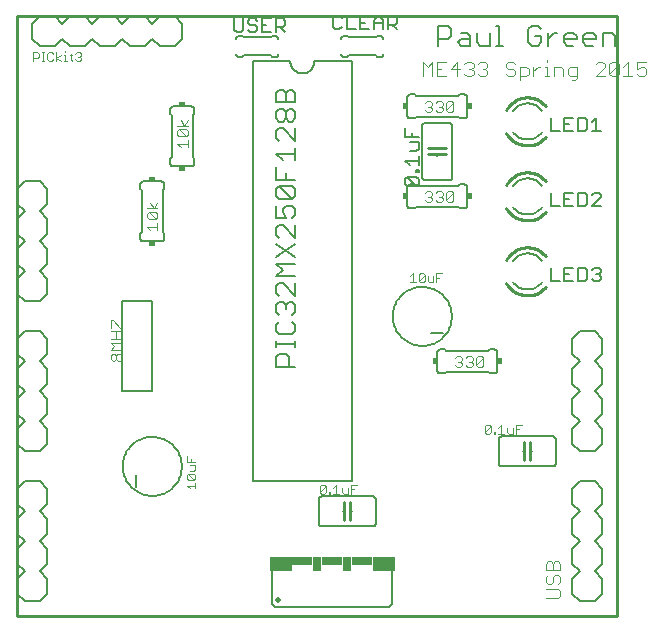
<source format=gto>
G75*
G70*
%OFA0B0*%
%FSLAX24Y24*%
%IPPOS*%
%LPD*%
%AMOC8*
5,1,8,0,0,1.08239X$1,22.5*
%
%ADD10C,0.0100*%
%ADD11C,0.0060*%
%ADD12C,0.0040*%
%ADD13C,0.0050*%
%ADD14R,0.0200X0.0150*%
%ADD15C,0.0030*%
%ADD16C,0.0080*%
%ADD17C,0.0200*%
%ADD18R,0.0750X0.0500*%
%ADD19R,0.0700X0.0300*%
%ADD20R,0.0300X0.0500*%
%ADD21R,0.0150X0.0200*%
D10*
X000151Y000151D02*
X000151Y020151D01*
X020151Y020151D01*
X020151Y000151D01*
X000151Y000151D01*
X011051Y003351D02*
X011051Y003651D01*
X011051Y003951D01*
X011251Y003951D02*
X011251Y003651D01*
X011251Y003351D01*
X017051Y005351D02*
X017051Y005651D01*
X017051Y005951D01*
X017251Y005951D02*
X017251Y005651D01*
X017251Y005351D01*
X017151Y010851D02*
X017095Y010853D01*
X017039Y010859D01*
X016984Y010869D01*
X016930Y010882D01*
X016876Y010900D01*
X016824Y010921D01*
X016774Y010945D01*
X016725Y010974D01*
X016679Y011005D01*
X016635Y011040D01*
X016593Y011077D01*
X016555Y011118D01*
X016519Y011161D01*
X016486Y011206D01*
X016456Y011254D01*
X017151Y010851D02*
X017204Y010853D01*
X017258Y010858D01*
X017310Y010867D01*
X017362Y010879D01*
X017413Y010895D01*
X017463Y010914D01*
X017512Y010937D01*
X017559Y010963D01*
X017604Y010991D01*
X017647Y011023D01*
X017687Y011057D01*
X017726Y011095D01*
X017762Y011134D01*
X017151Y012451D02*
X017097Y012449D01*
X017043Y012444D01*
X016990Y012435D01*
X016937Y012422D01*
X016886Y012406D01*
X016836Y012386D01*
X016787Y012363D01*
X016739Y012337D01*
X016694Y012308D01*
X016651Y012275D01*
X016610Y012240D01*
X016571Y012202D01*
X016535Y012162D01*
X016502Y012119D01*
X016472Y012074D01*
X016445Y012027D01*
X017151Y012451D02*
X017205Y012449D01*
X017258Y012444D01*
X017312Y012435D01*
X017364Y012422D01*
X017415Y012406D01*
X017466Y012386D01*
X017515Y012364D01*
X017562Y012338D01*
X017607Y012308D01*
X017650Y012276D01*
X017691Y012241D01*
X017730Y012203D01*
X017766Y012163D01*
X017151Y013351D02*
X017095Y013353D01*
X017039Y013359D01*
X016984Y013369D01*
X016930Y013382D01*
X016876Y013400D01*
X016824Y013421D01*
X016774Y013445D01*
X016725Y013474D01*
X016679Y013505D01*
X016635Y013540D01*
X016593Y013577D01*
X016555Y013618D01*
X016519Y013661D01*
X016486Y013706D01*
X016456Y013754D01*
X017151Y013351D02*
X017204Y013353D01*
X017258Y013358D01*
X017310Y013367D01*
X017362Y013379D01*
X017413Y013395D01*
X017463Y013414D01*
X017512Y013437D01*
X017559Y013463D01*
X017604Y013491D01*
X017647Y013523D01*
X017687Y013557D01*
X017726Y013595D01*
X017762Y013634D01*
X017151Y014951D02*
X017097Y014949D01*
X017043Y014944D01*
X016990Y014935D01*
X016937Y014922D01*
X016886Y014906D01*
X016836Y014886D01*
X016787Y014863D01*
X016739Y014837D01*
X016694Y014808D01*
X016651Y014775D01*
X016610Y014740D01*
X016571Y014702D01*
X016535Y014662D01*
X016502Y014619D01*
X016472Y014574D01*
X016445Y014527D01*
X017151Y014951D02*
X017205Y014949D01*
X017258Y014944D01*
X017312Y014935D01*
X017364Y014922D01*
X017415Y014906D01*
X017466Y014886D01*
X017515Y014864D01*
X017562Y014838D01*
X017607Y014808D01*
X017650Y014776D01*
X017691Y014741D01*
X017730Y014703D01*
X017766Y014663D01*
X017151Y015851D02*
X017095Y015853D01*
X017039Y015859D01*
X016984Y015869D01*
X016930Y015882D01*
X016876Y015900D01*
X016824Y015921D01*
X016774Y015945D01*
X016725Y015974D01*
X016679Y016005D01*
X016635Y016040D01*
X016593Y016077D01*
X016555Y016118D01*
X016519Y016161D01*
X016486Y016206D01*
X016456Y016254D01*
X017151Y015851D02*
X017204Y015853D01*
X017258Y015858D01*
X017310Y015867D01*
X017362Y015879D01*
X017413Y015895D01*
X017463Y015914D01*
X017512Y015937D01*
X017559Y015963D01*
X017604Y015991D01*
X017647Y016023D01*
X017687Y016057D01*
X017726Y016095D01*
X017762Y016134D01*
X017151Y017451D02*
X017097Y017449D01*
X017043Y017444D01*
X016990Y017435D01*
X016937Y017422D01*
X016886Y017406D01*
X016836Y017386D01*
X016787Y017363D01*
X016739Y017337D01*
X016694Y017308D01*
X016651Y017275D01*
X016610Y017240D01*
X016571Y017202D01*
X016535Y017162D01*
X016502Y017119D01*
X016472Y017074D01*
X016445Y017027D01*
X017151Y017451D02*
X017205Y017449D01*
X017258Y017444D01*
X017312Y017435D01*
X017364Y017422D01*
X017415Y017406D01*
X017466Y017386D01*
X017515Y017364D01*
X017562Y017338D01*
X017607Y017308D01*
X017650Y017276D01*
X017691Y017241D01*
X017730Y017203D01*
X017766Y017163D01*
X014451Y015751D02*
X014151Y015751D01*
X013851Y015751D01*
X013851Y015551D02*
X014151Y015551D01*
X014451Y015551D01*
D11*
X014151Y015551D02*
X014151Y015501D01*
X014151Y015751D02*
X014151Y015801D01*
X013651Y016501D02*
X013653Y016518D01*
X013657Y016535D01*
X013664Y016551D01*
X013674Y016565D01*
X013687Y016578D01*
X013701Y016588D01*
X013717Y016595D01*
X013734Y016599D01*
X013751Y016601D01*
X014551Y016601D01*
X014568Y016599D01*
X014585Y016595D01*
X014601Y016588D01*
X014615Y016578D01*
X014628Y016565D01*
X014638Y016551D01*
X014645Y016535D01*
X014649Y016518D01*
X014651Y016501D01*
X014651Y014801D01*
X014649Y014784D01*
X014645Y014767D01*
X014638Y014751D01*
X014628Y014737D01*
X014615Y014724D01*
X014601Y014714D01*
X014585Y014707D01*
X014568Y014703D01*
X014551Y014701D01*
X013751Y014701D01*
X013734Y014703D01*
X013717Y014707D01*
X013701Y014714D01*
X013687Y014724D01*
X013674Y014737D01*
X013664Y014751D01*
X013657Y014767D01*
X013653Y014784D01*
X013651Y014801D01*
X013651Y016501D01*
X013401Y016751D02*
X013451Y016801D01*
X014851Y016801D01*
X014901Y016751D01*
X015051Y016751D01*
X015068Y016753D01*
X015085Y016757D01*
X015101Y016764D01*
X015115Y016774D01*
X015128Y016787D01*
X015138Y016801D01*
X015145Y016817D01*
X015149Y016834D01*
X015151Y016851D01*
X015151Y017451D01*
X015149Y017468D01*
X015145Y017485D01*
X015138Y017501D01*
X015128Y017515D01*
X015115Y017528D01*
X015101Y017538D01*
X015085Y017545D01*
X015068Y017549D01*
X015051Y017551D01*
X014901Y017551D01*
X014851Y017501D01*
X013451Y017501D01*
X013401Y017551D01*
X013251Y017551D01*
X013234Y017549D01*
X013217Y017545D01*
X013201Y017538D01*
X013187Y017528D01*
X013174Y017515D01*
X013164Y017501D01*
X013157Y017485D01*
X013153Y017468D01*
X013151Y017451D01*
X013151Y016851D01*
X013153Y016834D01*
X013157Y016817D01*
X013164Y016801D01*
X013174Y016787D01*
X013187Y016774D01*
X013201Y016764D01*
X013217Y016757D01*
X013234Y016753D01*
X013251Y016751D01*
X013401Y016751D01*
X012251Y018801D02*
X012151Y018801D01*
X012101Y018851D01*
X011201Y018851D01*
X011151Y018801D01*
X011051Y018801D01*
X011034Y018803D01*
X011017Y018807D01*
X011001Y018814D01*
X010987Y018824D01*
X010974Y018837D01*
X010964Y018851D01*
X010957Y018867D01*
X010953Y018884D01*
X010951Y018901D01*
X011301Y018651D02*
X010051Y018651D01*
X010049Y018612D01*
X010043Y018573D01*
X010034Y018535D01*
X010021Y018498D01*
X010004Y018462D01*
X009984Y018429D01*
X009960Y018397D01*
X009934Y018368D01*
X009905Y018342D01*
X009873Y018318D01*
X009840Y018298D01*
X009804Y018281D01*
X009767Y018268D01*
X009729Y018259D01*
X009690Y018253D01*
X009651Y018251D01*
X009612Y018253D01*
X009573Y018259D01*
X009535Y018268D01*
X009498Y018281D01*
X009462Y018298D01*
X009429Y018318D01*
X009397Y018342D01*
X009368Y018368D01*
X009342Y018397D01*
X009318Y018429D01*
X009298Y018462D01*
X009281Y018498D01*
X009268Y018535D01*
X009259Y018573D01*
X009253Y018612D01*
X009251Y018651D01*
X008001Y018651D01*
X008001Y004651D01*
X011301Y004651D01*
X011301Y018651D01*
X010951Y019401D02*
X010953Y019418D01*
X010957Y019435D01*
X010964Y019451D01*
X010974Y019465D01*
X010987Y019478D01*
X011001Y019488D01*
X011017Y019495D01*
X011034Y019499D01*
X011051Y019501D01*
X011151Y019501D01*
X011201Y019451D01*
X012101Y019451D01*
X012151Y019501D01*
X012251Y019501D01*
X012268Y019499D01*
X012285Y019495D01*
X012301Y019488D01*
X012315Y019478D01*
X012328Y019465D01*
X012338Y019451D01*
X012345Y019435D01*
X012349Y019418D01*
X012351Y019401D01*
X012351Y018901D02*
X012349Y018884D01*
X012345Y018867D01*
X012338Y018851D01*
X012328Y018837D01*
X012315Y018824D01*
X012301Y018814D01*
X012285Y018807D01*
X012268Y018803D01*
X012251Y018801D01*
X014181Y019181D02*
X014181Y019822D01*
X014501Y019822D01*
X014608Y019715D01*
X014608Y019501D01*
X014501Y019395D01*
X014181Y019395D01*
X014826Y019288D02*
X014932Y019181D01*
X015253Y019181D01*
X015253Y019501D01*
X015146Y019608D01*
X014932Y019608D01*
X014932Y019395D02*
X015253Y019395D01*
X015470Y019288D02*
X015577Y019181D01*
X015897Y019181D01*
X015897Y019608D01*
X016115Y019822D02*
X016221Y019822D01*
X016221Y019181D01*
X016115Y019181D02*
X016328Y019181D01*
X015470Y019288D02*
X015470Y019608D01*
X014932Y019395D02*
X014826Y019288D01*
X017189Y019288D02*
X017296Y019181D01*
X017509Y019181D01*
X017616Y019288D01*
X017616Y019501D01*
X017402Y019501D01*
X017189Y019715D02*
X017189Y019288D01*
X017189Y019715D02*
X017296Y019822D01*
X017509Y019822D01*
X017616Y019715D01*
X017834Y019608D02*
X017834Y019181D01*
X017834Y019395D02*
X018047Y019608D01*
X018154Y019608D01*
X018371Y019501D02*
X018371Y019288D01*
X018477Y019181D01*
X018691Y019181D01*
X018798Y019395D02*
X018371Y019395D01*
X018371Y019501D02*
X018477Y019608D01*
X018691Y019608D01*
X018798Y019501D01*
X018798Y019395D01*
X019015Y019395D02*
X019442Y019395D01*
X019442Y019501D01*
X019335Y019608D01*
X019122Y019608D01*
X019015Y019501D01*
X019015Y019288D01*
X019122Y019181D01*
X019335Y019181D01*
X019660Y019181D02*
X019660Y019608D01*
X019980Y019608D01*
X020087Y019501D01*
X020087Y019181D01*
X017151Y016051D02*
X017106Y016053D01*
X017060Y016058D01*
X017016Y016066D01*
X016972Y016078D01*
X016929Y016094D01*
X016887Y016112D01*
X016847Y016134D01*
X016809Y016158D01*
X016773Y016185D01*
X016738Y016215D01*
X016707Y016248D01*
X016677Y016283D01*
X017151Y016051D02*
X017196Y016053D01*
X017242Y016058D01*
X017286Y016066D01*
X017330Y016078D01*
X017373Y016094D01*
X017415Y016112D01*
X017455Y016134D01*
X017493Y016158D01*
X017529Y016185D01*
X017564Y016215D01*
X017595Y016248D01*
X017625Y016283D01*
X017151Y017251D02*
X017105Y017249D01*
X017059Y017244D01*
X017013Y017235D01*
X016968Y017223D01*
X016925Y017207D01*
X016883Y017188D01*
X016842Y017165D01*
X016803Y017140D01*
X016767Y017112D01*
X016732Y017081D01*
X016700Y017047D01*
X016671Y017011D01*
X017151Y017251D02*
X017198Y017249D01*
X017246Y017243D01*
X017292Y017234D01*
X017338Y017221D01*
X017382Y017205D01*
X017426Y017185D01*
X017467Y017161D01*
X017506Y017135D01*
X017543Y017105D01*
X017578Y017072D01*
X017610Y017037D01*
X017639Y017000D01*
X015151Y014451D02*
X015151Y013851D01*
X015149Y013834D01*
X015145Y013817D01*
X015138Y013801D01*
X015128Y013787D01*
X015115Y013774D01*
X015101Y013764D01*
X015085Y013757D01*
X015068Y013753D01*
X015051Y013751D01*
X014901Y013751D01*
X014851Y013801D01*
X013451Y013801D01*
X013401Y013751D01*
X013251Y013751D01*
X013234Y013753D01*
X013217Y013757D01*
X013201Y013764D01*
X013187Y013774D01*
X013174Y013787D01*
X013164Y013801D01*
X013157Y013817D01*
X013153Y013834D01*
X013151Y013851D01*
X013151Y014451D01*
X013153Y014468D01*
X013157Y014485D01*
X013164Y014501D01*
X013174Y014515D01*
X013187Y014528D01*
X013201Y014538D01*
X013217Y014545D01*
X013234Y014549D01*
X013251Y014551D01*
X013401Y014551D01*
X013451Y014501D01*
X014851Y014501D01*
X014901Y014551D01*
X015051Y014551D01*
X015068Y014549D01*
X015085Y014545D01*
X015101Y014538D01*
X015115Y014528D01*
X015128Y014515D01*
X015138Y014501D01*
X015145Y014485D01*
X015149Y014468D01*
X015151Y014451D01*
X016677Y013783D02*
X016707Y013748D01*
X016738Y013715D01*
X016773Y013685D01*
X016809Y013658D01*
X016847Y013634D01*
X016887Y013612D01*
X016929Y013594D01*
X016972Y013578D01*
X017016Y013566D01*
X017060Y013558D01*
X017106Y013553D01*
X017151Y013551D01*
X017196Y013553D01*
X017242Y013558D01*
X017286Y013566D01*
X017330Y013578D01*
X017373Y013594D01*
X017415Y013612D01*
X017455Y013634D01*
X017493Y013658D01*
X017529Y013685D01*
X017564Y013715D01*
X017595Y013748D01*
X017625Y013783D01*
X017151Y014751D02*
X017105Y014749D01*
X017059Y014744D01*
X017013Y014735D01*
X016968Y014723D01*
X016925Y014707D01*
X016883Y014688D01*
X016842Y014665D01*
X016803Y014640D01*
X016767Y014612D01*
X016732Y014581D01*
X016700Y014547D01*
X016671Y014511D01*
X017151Y014751D02*
X017198Y014749D01*
X017246Y014743D01*
X017292Y014734D01*
X017338Y014721D01*
X017382Y014705D01*
X017426Y014685D01*
X017467Y014661D01*
X017506Y014635D01*
X017543Y014605D01*
X017578Y014572D01*
X017610Y014537D01*
X017639Y014500D01*
X016677Y011283D02*
X016707Y011248D01*
X016738Y011215D01*
X016773Y011185D01*
X016809Y011158D01*
X016847Y011134D01*
X016887Y011112D01*
X016929Y011094D01*
X016972Y011078D01*
X017016Y011066D01*
X017060Y011058D01*
X017106Y011053D01*
X017151Y011051D01*
X017196Y011053D01*
X017242Y011058D01*
X017286Y011066D01*
X017330Y011078D01*
X017373Y011094D01*
X017415Y011112D01*
X017455Y011134D01*
X017493Y011158D01*
X017529Y011185D01*
X017564Y011215D01*
X017595Y011248D01*
X017625Y011283D01*
X017151Y012251D02*
X017105Y012249D01*
X017059Y012244D01*
X017013Y012235D01*
X016968Y012223D01*
X016925Y012207D01*
X016883Y012188D01*
X016842Y012165D01*
X016803Y012140D01*
X016767Y012112D01*
X016732Y012081D01*
X016700Y012047D01*
X016671Y012011D01*
X017151Y012251D02*
X017198Y012249D01*
X017246Y012243D01*
X017292Y012234D01*
X017338Y012221D01*
X017382Y012205D01*
X017426Y012185D01*
X017467Y012161D01*
X017506Y012135D01*
X017543Y012105D01*
X017578Y012072D01*
X017610Y012037D01*
X017639Y012000D01*
X016051Y009051D02*
X015901Y009051D01*
X015851Y009001D01*
X014451Y009001D01*
X014401Y009051D01*
X014251Y009051D01*
X014234Y009049D01*
X014217Y009045D01*
X014201Y009038D01*
X014187Y009028D01*
X014174Y009015D01*
X014164Y009001D01*
X014157Y008985D01*
X014153Y008968D01*
X014151Y008951D01*
X014151Y008351D01*
X014153Y008334D01*
X014157Y008317D01*
X014164Y008301D01*
X014174Y008287D01*
X014187Y008274D01*
X014201Y008264D01*
X014217Y008257D01*
X014234Y008253D01*
X014251Y008251D01*
X014401Y008251D01*
X014451Y008301D01*
X015851Y008301D01*
X015901Y008251D01*
X016051Y008251D01*
X016068Y008253D01*
X016085Y008257D01*
X016101Y008264D01*
X016115Y008274D01*
X016128Y008287D01*
X016138Y008301D01*
X016145Y008317D01*
X016149Y008334D01*
X016151Y008351D01*
X016151Y008951D01*
X016149Y008968D01*
X016145Y008985D01*
X016138Y009001D01*
X016128Y009015D01*
X016115Y009028D01*
X016101Y009038D01*
X016085Y009045D01*
X016068Y009049D01*
X016051Y009051D01*
X016301Y006151D02*
X018001Y006151D01*
X018018Y006149D01*
X018035Y006145D01*
X018051Y006138D01*
X018065Y006128D01*
X018078Y006115D01*
X018088Y006101D01*
X018095Y006085D01*
X018099Y006068D01*
X018101Y006051D01*
X018101Y005251D01*
X018099Y005234D01*
X018095Y005217D01*
X018088Y005201D01*
X018078Y005187D01*
X018065Y005174D01*
X018051Y005164D01*
X018035Y005157D01*
X018018Y005153D01*
X018001Y005151D01*
X016301Y005151D01*
X016284Y005153D01*
X016267Y005157D01*
X016251Y005164D01*
X016237Y005174D01*
X016224Y005187D01*
X016214Y005201D01*
X016207Y005217D01*
X016203Y005234D01*
X016201Y005251D01*
X016201Y006051D01*
X016203Y006068D01*
X016207Y006085D01*
X016214Y006101D01*
X016224Y006115D01*
X016237Y006128D01*
X016251Y006138D01*
X016267Y006145D01*
X016284Y006149D01*
X016301Y006151D01*
X017001Y005651D02*
X017051Y005651D01*
X017251Y005651D02*
X017301Y005651D01*
X012651Y001701D02*
X012651Y000551D01*
X012551Y000451D01*
X008751Y000451D01*
X008651Y000551D01*
X008651Y001701D01*
X010201Y003251D02*
X010201Y004051D01*
X010203Y004068D01*
X010207Y004085D01*
X010214Y004101D01*
X010224Y004115D01*
X010237Y004128D01*
X010251Y004138D01*
X010267Y004145D01*
X010284Y004149D01*
X010301Y004151D01*
X012001Y004151D01*
X012018Y004149D01*
X012035Y004145D01*
X012051Y004138D01*
X012065Y004128D01*
X012078Y004115D01*
X012088Y004101D01*
X012095Y004085D01*
X012099Y004068D01*
X012101Y004051D01*
X012101Y003251D01*
X012099Y003234D01*
X012095Y003217D01*
X012088Y003201D01*
X012078Y003187D01*
X012065Y003174D01*
X012051Y003164D01*
X012035Y003157D01*
X012018Y003153D01*
X012001Y003151D01*
X010301Y003151D01*
X010284Y003153D01*
X010267Y003157D01*
X010251Y003164D01*
X010237Y003174D01*
X010224Y003187D01*
X010214Y003201D01*
X010207Y003217D01*
X010203Y003234D01*
X010201Y003251D01*
X011001Y003651D02*
X011051Y003651D01*
X011251Y003651D02*
X011301Y003651D01*
X009421Y008478D02*
X008781Y008478D01*
X008781Y008798D01*
X008887Y008905D01*
X009101Y008905D01*
X009208Y008798D01*
X009208Y008478D01*
X009421Y009122D02*
X009421Y009336D01*
X009421Y009229D02*
X008781Y009229D01*
X008781Y009122D02*
X008781Y009336D01*
X008887Y009552D02*
X009314Y009552D01*
X009421Y009659D01*
X009421Y009872D01*
X009314Y009979D01*
X009314Y010197D02*
X009421Y010303D01*
X009421Y010517D01*
X009314Y010624D01*
X009208Y010624D01*
X009101Y010517D01*
X009101Y010410D01*
X009101Y010517D02*
X008994Y010624D01*
X008887Y010624D01*
X008781Y010517D01*
X008781Y010303D01*
X008887Y010197D01*
X008887Y009979D02*
X008781Y009872D01*
X008781Y009659D01*
X008887Y009552D01*
X008887Y010841D02*
X008781Y010948D01*
X008781Y011161D01*
X008887Y011268D01*
X008994Y011268D01*
X009421Y010841D01*
X009421Y011268D01*
X009421Y011486D02*
X008781Y011486D01*
X008994Y011699D01*
X008781Y011913D01*
X009421Y011913D01*
X009421Y012130D02*
X008781Y012557D01*
X008887Y012775D02*
X008781Y012881D01*
X008781Y013095D01*
X008887Y013202D01*
X008994Y013202D01*
X009421Y012775D01*
X009421Y013202D01*
X009314Y013419D02*
X009421Y013526D01*
X009421Y013739D01*
X009314Y013846D01*
X009101Y013846D01*
X008994Y013739D01*
X008994Y013633D01*
X009101Y013419D01*
X008781Y013419D01*
X008781Y013846D01*
X008887Y014064D02*
X008781Y014170D01*
X008781Y014384D01*
X008887Y014491D01*
X009314Y014064D01*
X009421Y014170D01*
X009421Y014384D01*
X009314Y014491D01*
X008887Y014491D01*
X008781Y014708D02*
X008781Y015135D01*
X008994Y015353D02*
X008781Y015566D01*
X009421Y015566D01*
X009421Y015353D02*
X009421Y015780D01*
X009421Y015997D02*
X008994Y016424D01*
X008887Y016424D01*
X008781Y016318D01*
X008781Y016104D01*
X008887Y015997D01*
X009421Y015997D02*
X009421Y016424D01*
X009314Y016642D02*
X009208Y016642D01*
X009101Y016749D01*
X009101Y016962D01*
X009208Y017069D01*
X009314Y017069D01*
X009421Y016962D01*
X009421Y016749D01*
X009314Y016642D01*
X009101Y016749D02*
X008994Y016642D01*
X008887Y016642D01*
X008781Y016749D01*
X008781Y016962D01*
X008887Y017069D01*
X008994Y017069D01*
X009101Y016962D01*
X009101Y017286D02*
X009101Y017607D01*
X009208Y017713D01*
X009314Y017713D01*
X009421Y017607D01*
X009421Y017286D01*
X008781Y017286D01*
X008781Y017607D01*
X008887Y017713D01*
X008994Y017713D01*
X009101Y017607D01*
X008751Y018801D02*
X008651Y018801D01*
X008601Y018851D01*
X007701Y018851D01*
X007651Y018801D01*
X007551Y018801D01*
X007534Y018803D01*
X007517Y018807D01*
X007501Y018814D01*
X007487Y018824D01*
X007474Y018837D01*
X007464Y018851D01*
X007457Y018867D01*
X007453Y018884D01*
X007451Y018901D01*
X007451Y019401D02*
X007453Y019418D01*
X007457Y019435D01*
X007464Y019451D01*
X007474Y019465D01*
X007487Y019478D01*
X007501Y019488D01*
X007517Y019495D01*
X007534Y019499D01*
X007551Y019501D01*
X007651Y019501D01*
X007701Y019451D01*
X008601Y019451D01*
X008651Y019501D01*
X008751Y019501D01*
X008768Y019499D01*
X008785Y019495D01*
X008801Y019488D01*
X008815Y019478D01*
X008828Y019465D01*
X008838Y019451D01*
X008845Y019435D01*
X008849Y019418D01*
X008851Y019401D01*
X008851Y018901D02*
X008849Y018884D01*
X008845Y018867D01*
X008838Y018851D01*
X008828Y018837D01*
X008815Y018824D01*
X008801Y018814D01*
X008785Y018807D01*
X008768Y018803D01*
X008751Y018801D01*
X006051Y017051D02*
X006051Y016901D01*
X006001Y016851D01*
X006001Y015451D01*
X006051Y015401D01*
X006051Y015251D01*
X006049Y015234D01*
X006045Y015217D01*
X006038Y015201D01*
X006028Y015187D01*
X006015Y015174D01*
X006001Y015164D01*
X005985Y015157D01*
X005968Y015153D01*
X005951Y015151D01*
X005351Y015151D01*
X005334Y015153D01*
X005317Y015157D01*
X005301Y015164D01*
X005287Y015174D01*
X005274Y015187D01*
X005264Y015201D01*
X005257Y015217D01*
X005253Y015234D01*
X005251Y015251D01*
X005251Y015401D01*
X005301Y015451D01*
X005301Y016851D01*
X005251Y016901D01*
X005251Y017051D01*
X005253Y017068D01*
X005257Y017085D01*
X005264Y017101D01*
X005274Y017115D01*
X005287Y017128D01*
X005301Y017138D01*
X005317Y017145D01*
X005334Y017149D01*
X005351Y017151D01*
X005951Y017151D01*
X005968Y017149D01*
X005985Y017145D01*
X006001Y017138D01*
X006015Y017128D01*
X006028Y017115D01*
X006038Y017101D01*
X006045Y017085D01*
X006049Y017068D01*
X006051Y017051D01*
X004951Y014651D02*
X004351Y014651D01*
X004334Y014649D01*
X004317Y014645D01*
X004301Y014638D01*
X004287Y014628D01*
X004274Y014615D01*
X004264Y014601D01*
X004257Y014585D01*
X004253Y014568D01*
X004251Y014551D01*
X004251Y014401D01*
X004301Y014351D01*
X004301Y012951D01*
X004251Y012901D01*
X004251Y012751D01*
X004253Y012734D01*
X004257Y012717D01*
X004264Y012701D01*
X004274Y012687D01*
X004287Y012674D01*
X004301Y012664D01*
X004317Y012657D01*
X004334Y012653D01*
X004351Y012651D01*
X004951Y012651D01*
X004968Y012653D01*
X004985Y012657D01*
X005001Y012664D01*
X005015Y012674D01*
X005028Y012687D01*
X005038Y012701D01*
X005045Y012717D01*
X005049Y012734D01*
X005051Y012751D01*
X005051Y012901D01*
X005001Y012951D01*
X005001Y014351D01*
X005051Y014401D01*
X005051Y014551D01*
X005049Y014568D01*
X005045Y014585D01*
X005038Y014601D01*
X005028Y014615D01*
X005015Y014628D01*
X005001Y014638D01*
X004985Y014645D01*
X004968Y014649D01*
X004951Y014651D01*
X008781Y014708D02*
X009421Y014708D01*
X009101Y014708D02*
X009101Y014922D01*
X009314Y014064D02*
X008887Y014064D01*
X009421Y012557D02*
X008781Y012130D01*
D12*
X005831Y015794D02*
X005831Y016027D01*
X005831Y015910D02*
X005481Y015910D01*
X005598Y015794D01*
X005539Y016153D02*
X005481Y016211D01*
X005481Y016328D01*
X005539Y016386D01*
X005773Y016153D01*
X005831Y016211D01*
X005831Y016328D01*
X005773Y016386D01*
X005539Y016386D01*
X005481Y016512D02*
X005831Y016512D01*
X005714Y016512D02*
X005598Y016687D01*
X005714Y016512D02*
X005831Y016687D01*
X005773Y016153D02*
X005539Y016153D01*
X004821Y013924D02*
X004704Y013749D01*
X004588Y013924D01*
X004471Y013749D02*
X004821Y013749D01*
X004763Y013624D02*
X004529Y013624D01*
X004763Y013390D01*
X004821Y013449D01*
X004821Y013565D01*
X004763Y013624D01*
X004529Y013624D02*
X004471Y013565D01*
X004471Y013449D01*
X004529Y013390D01*
X004763Y013390D01*
X004821Y013265D02*
X004821Y013031D01*
X004821Y013148D02*
X004471Y013148D01*
X004588Y013031D01*
X013734Y014030D02*
X013792Y013971D01*
X013909Y013971D01*
X013967Y014030D01*
X013967Y014088D01*
X013909Y014146D01*
X013851Y014146D01*
X013909Y014146D02*
X013967Y014205D01*
X013967Y014263D01*
X013909Y014321D01*
X013792Y014321D01*
X013734Y014263D01*
X014093Y014263D02*
X014151Y014321D01*
X014268Y014321D01*
X014326Y014263D01*
X014326Y014205D01*
X014268Y014146D01*
X014326Y014088D01*
X014326Y014030D01*
X014268Y013971D01*
X014151Y013971D01*
X014093Y014030D01*
X014210Y014146D02*
X014268Y014146D01*
X014452Y014030D02*
X014686Y014263D01*
X014686Y014030D01*
X014627Y013971D01*
X014510Y013971D01*
X014452Y014030D01*
X014452Y014263D01*
X014510Y014321D01*
X014627Y014321D01*
X014686Y014263D01*
X014627Y016971D02*
X014510Y016971D01*
X014452Y017030D01*
X014686Y017263D01*
X014686Y017030D01*
X014627Y016971D01*
X014452Y017030D02*
X014452Y017263D01*
X014510Y017321D01*
X014627Y017321D01*
X014686Y017263D01*
X014326Y017263D02*
X014326Y017205D01*
X014268Y017146D01*
X014326Y017088D01*
X014326Y017030D01*
X014268Y016971D01*
X014151Y016971D01*
X014093Y017030D01*
X013967Y017030D02*
X013909Y016971D01*
X013792Y016971D01*
X013734Y017030D01*
X013851Y017146D02*
X013909Y017146D01*
X013967Y017088D01*
X013967Y017030D01*
X013909Y017146D02*
X013967Y017205D01*
X013967Y017263D01*
X013909Y017321D01*
X013792Y017321D01*
X013734Y017263D01*
X014093Y017263D02*
X014151Y017321D01*
X014268Y017321D01*
X014326Y017263D01*
X014268Y017146D02*
X014210Y017146D01*
X014132Y018171D02*
X014438Y018171D01*
X014285Y018401D02*
X014132Y018401D01*
X014132Y018171D02*
X014132Y018632D01*
X014438Y018632D01*
X014592Y018401D02*
X014899Y018401D01*
X015052Y018248D02*
X015129Y018171D01*
X015282Y018171D01*
X015359Y018248D01*
X015359Y018325D01*
X015282Y018401D01*
X015206Y018401D01*
X015282Y018401D02*
X015359Y018478D01*
X015359Y018555D01*
X015282Y018632D01*
X015129Y018632D01*
X015052Y018555D01*
X014822Y018632D02*
X014822Y018171D01*
X014592Y018401D02*
X014822Y018632D01*
X015513Y018555D02*
X015589Y018632D01*
X015743Y018632D01*
X015819Y018555D01*
X015819Y018478D01*
X015743Y018401D01*
X015819Y018325D01*
X015819Y018248D01*
X015743Y018171D01*
X015589Y018171D01*
X015513Y018248D01*
X015666Y018401D02*
X015743Y018401D01*
X016433Y018478D02*
X016510Y018401D01*
X016663Y018401D01*
X016740Y018325D01*
X016740Y018248D01*
X016663Y018171D01*
X016510Y018171D01*
X016433Y018248D01*
X016433Y018478D02*
X016433Y018555D01*
X016510Y018632D01*
X016663Y018632D01*
X016740Y018555D01*
X016894Y018478D02*
X017124Y018478D01*
X017201Y018401D01*
X017201Y018248D01*
X017124Y018171D01*
X016894Y018171D01*
X016894Y018018D02*
X016894Y018478D01*
X017354Y018478D02*
X017354Y018171D01*
X017354Y018325D02*
X017507Y018478D01*
X017584Y018478D01*
X017738Y018478D02*
X017814Y018478D01*
X017814Y018171D01*
X017738Y018171D02*
X017891Y018171D01*
X018045Y018171D02*
X018045Y018478D01*
X018275Y018478D01*
X018351Y018401D01*
X018351Y018171D01*
X018505Y018248D02*
X018582Y018171D01*
X018812Y018171D01*
X018812Y018094D02*
X018812Y018478D01*
X018582Y018478D01*
X018505Y018401D01*
X018505Y018248D01*
X018735Y018018D02*
X018812Y018094D01*
X018735Y018018D02*
X018658Y018018D01*
X019426Y018171D02*
X019732Y018478D01*
X019732Y018555D01*
X019656Y018632D01*
X019502Y018632D01*
X019426Y018555D01*
X019426Y018171D02*
X019732Y018171D01*
X019886Y018248D02*
X020193Y018555D01*
X020193Y018248D01*
X020116Y018171D01*
X019963Y018171D01*
X019886Y018248D01*
X019886Y018555D01*
X019963Y018632D01*
X020116Y018632D01*
X020193Y018555D01*
X020346Y018478D02*
X020500Y018632D01*
X020500Y018171D01*
X020653Y018171D02*
X020346Y018171D01*
X020807Y018248D02*
X020883Y018171D01*
X021037Y018171D01*
X021114Y018248D01*
X021114Y018401D01*
X021037Y018478D01*
X020960Y018478D01*
X020807Y018401D01*
X020807Y018632D01*
X021114Y018632D01*
X017814Y018708D02*
X017814Y018632D01*
X013978Y018632D02*
X013978Y018171D01*
X013671Y018171D02*
X013671Y018632D01*
X013825Y018478D01*
X013978Y018632D01*
X014792Y008821D02*
X014909Y008821D01*
X014967Y008763D01*
X014967Y008705D01*
X014909Y008646D01*
X014967Y008588D01*
X014967Y008530D01*
X014909Y008471D01*
X014792Y008471D01*
X014734Y008530D01*
X014851Y008646D02*
X014909Y008646D01*
X014734Y008763D02*
X014792Y008821D01*
X015093Y008763D02*
X015151Y008821D01*
X015268Y008821D01*
X015326Y008763D01*
X015326Y008705D01*
X015268Y008646D01*
X015326Y008588D01*
X015326Y008530D01*
X015268Y008471D01*
X015151Y008471D01*
X015093Y008530D01*
X015210Y008646D02*
X015268Y008646D01*
X015452Y008530D02*
X015686Y008763D01*
X015686Y008530D01*
X015627Y008471D01*
X015510Y008471D01*
X015452Y008530D01*
X015452Y008763D01*
X015510Y008821D01*
X015627Y008821D01*
X015686Y008763D01*
X017852Y001989D02*
X017929Y001989D01*
X018005Y001913D01*
X018005Y001682D01*
X018082Y001529D02*
X018005Y001452D01*
X018005Y001299D01*
X017929Y001222D01*
X017852Y001222D01*
X017775Y001299D01*
X017775Y001452D01*
X017852Y001529D01*
X017775Y001682D02*
X017775Y001913D01*
X017852Y001989D01*
X018005Y001913D02*
X018082Y001989D01*
X018159Y001989D01*
X018236Y001913D01*
X018236Y001682D01*
X017775Y001682D01*
X018082Y001529D02*
X018159Y001529D01*
X018236Y001452D01*
X018236Y001299D01*
X018159Y001222D01*
X018159Y001069D02*
X017775Y001069D01*
X017775Y000762D02*
X018159Y000762D01*
X018236Y000838D01*
X018236Y000992D01*
X018159Y001069D01*
D13*
X018226Y011326D02*
X017926Y011326D01*
X017926Y011777D01*
X018387Y011777D02*
X018387Y011326D01*
X018687Y011326D01*
X018847Y011326D02*
X019072Y011326D01*
X019147Y011401D01*
X019147Y011701D01*
X019072Y011777D01*
X018847Y011777D01*
X018847Y011326D01*
X018537Y011551D02*
X018387Y011551D01*
X018387Y011777D02*
X018687Y011777D01*
X019307Y011701D02*
X019382Y011777D01*
X019532Y011777D01*
X019607Y011701D01*
X019607Y011626D01*
X019532Y011551D01*
X019607Y011476D01*
X019607Y011401D01*
X019532Y011326D01*
X019382Y011326D01*
X019307Y011401D01*
X019457Y011551D02*
X019532Y011551D01*
X019607Y013826D02*
X019307Y013826D01*
X019607Y014126D01*
X019607Y014201D01*
X019532Y014277D01*
X019382Y014277D01*
X019307Y014201D01*
X019147Y014201D02*
X019072Y014277D01*
X018847Y014277D01*
X018847Y013826D01*
X019072Y013826D01*
X019147Y013901D01*
X019147Y014201D01*
X018687Y014277D02*
X018387Y014277D01*
X018387Y013826D01*
X018687Y013826D01*
X018537Y014051D02*
X018387Y014051D01*
X018226Y013826D02*
X017926Y013826D01*
X017926Y014277D01*
X017926Y016326D02*
X018226Y016326D01*
X018387Y016326D02*
X018687Y016326D01*
X018847Y016326D02*
X019072Y016326D01*
X019147Y016401D01*
X019147Y016701D01*
X019072Y016777D01*
X018847Y016777D01*
X018847Y016326D01*
X018537Y016551D02*
X018387Y016551D01*
X018387Y016326D02*
X018387Y016777D01*
X018687Y016777D01*
X019307Y016626D02*
X019457Y016777D01*
X019457Y016326D01*
X019307Y016326D02*
X019607Y016326D01*
X017926Y016326D02*
X017926Y016777D01*
X013526Y016116D02*
X013076Y016116D01*
X013076Y016416D01*
X013301Y016266D02*
X013301Y016116D01*
X013226Y015956D02*
X013526Y015956D01*
X013526Y015730D01*
X013451Y015655D01*
X013226Y015655D01*
X013526Y015495D02*
X013526Y015195D01*
X013526Y015345D02*
X013076Y015345D01*
X013226Y015195D01*
X013451Y015040D02*
X013526Y015040D01*
X013526Y014965D01*
X013451Y014965D01*
X013451Y015040D01*
X013451Y014805D02*
X013526Y014730D01*
X013526Y014579D01*
X013451Y014504D01*
X013151Y014805D01*
X013451Y014805D01*
X013151Y014805D02*
X013076Y014730D01*
X013076Y014579D01*
X013151Y014504D01*
X013451Y014504D01*
X009067Y019636D02*
X008917Y019786D01*
X008992Y019786D02*
X008767Y019786D01*
X008767Y019636D02*
X008767Y020087D01*
X008992Y020087D01*
X009067Y020011D01*
X009067Y019861D01*
X008992Y019786D01*
X008607Y019636D02*
X008307Y019636D01*
X008307Y020087D01*
X008607Y020087D01*
X008457Y019861D02*
X008307Y019861D01*
X008147Y019786D02*
X008147Y019711D01*
X008072Y019636D01*
X007922Y019636D01*
X007847Y019711D01*
X007686Y019711D02*
X007611Y019636D01*
X007461Y019636D01*
X007386Y019711D01*
X007386Y020087D01*
X007686Y020087D02*
X007686Y019711D01*
X007847Y019936D02*
X007922Y019861D01*
X008072Y019861D01*
X008147Y019786D01*
X008147Y020011D02*
X008072Y020087D01*
X007922Y020087D01*
X007847Y020011D01*
X007847Y019936D01*
X010664Y019791D02*
X010739Y019716D01*
X010889Y019716D01*
X010964Y019791D01*
X011125Y019716D02*
X011425Y019716D01*
X011585Y019716D02*
X011885Y019716D01*
X012045Y019716D02*
X012045Y020016D01*
X012195Y020167D01*
X012346Y020016D01*
X012346Y019716D01*
X012506Y019716D02*
X012506Y020167D01*
X012731Y020167D01*
X012806Y020091D01*
X012806Y019941D01*
X012731Y019866D01*
X012506Y019866D01*
X012656Y019866D02*
X012806Y019716D01*
X012346Y019941D02*
X012045Y019941D01*
X011885Y020167D02*
X011585Y020167D01*
X011585Y019716D01*
X011585Y019941D02*
X011735Y019941D01*
X011125Y020167D02*
X011125Y019716D01*
X010964Y020091D02*
X010889Y020167D01*
X010739Y020167D01*
X010664Y020091D01*
X010664Y019791D01*
X004651Y010651D02*
X003651Y010651D01*
X003651Y007651D01*
X004651Y007651D01*
X004651Y010651D01*
D14*
X004651Y012576D03*
X004651Y014726D03*
X005651Y015076D03*
X005651Y017226D03*
D15*
X002284Y018715D02*
X002235Y018666D01*
X002139Y018666D01*
X002090Y018715D01*
X001991Y018666D02*
X001942Y018715D01*
X001942Y018908D01*
X001894Y018860D02*
X001991Y018860D01*
X002090Y018908D02*
X002139Y018956D01*
X002235Y018956D01*
X002284Y018908D01*
X002284Y018860D01*
X002235Y018811D01*
X002284Y018763D01*
X002284Y018715D01*
X002235Y018811D02*
X002187Y018811D01*
X001794Y018666D02*
X001697Y018666D01*
X001746Y018666D02*
X001746Y018860D01*
X001697Y018860D01*
X001597Y018860D02*
X001452Y018763D01*
X001597Y018666D01*
X001452Y018666D02*
X001452Y018956D01*
X001351Y018908D02*
X001302Y018956D01*
X001206Y018956D01*
X001157Y018908D01*
X001157Y018715D01*
X001206Y018666D01*
X001302Y018666D01*
X001351Y018715D01*
X001058Y018666D02*
X000961Y018666D01*
X001009Y018666D02*
X001009Y018956D01*
X000961Y018956D02*
X001058Y018956D01*
X000860Y018908D02*
X000860Y018811D01*
X000811Y018763D01*
X000666Y018763D01*
X000666Y018666D02*
X000666Y018956D01*
X000811Y018956D01*
X000860Y018908D01*
X001746Y018956D02*
X001746Y019005D01*
X003266Y010018D02*
X003328Y010018D01*
X003574Y009771D01*
X003636Y009771D01*
X003636Y010018D01*
X003636Y009650D02*
X003266Y009650D01*
X003266Y009771D02*
X003266Y010018D01*
X003451Y009650D02*
X003451Y009403D01*
X003636Y009403D02*
X003266Y009403D01*
X003266Y009281D02*
X003636Y009281D01*
X003636Y009034D02*
X003266Y009034D01*
X003389Y009158D01*
X003266Y009281D01*
X003328Y008913D02*
X003389Y008913D01*
X003451Y008851D01*
X003451Y008728D01*
X003389Y008666D01*
X003328Y008666D01*
X003266Y008728D01*
X003266Y008851D01*
X003328Y008913D01*
X003451Y008851D02*
X003513Y008913D01*
X003574Y008913D01*
X003636Y008851D01*
X003636Y008728D01*
X003574Y008666D01*
X003513Y008666D01*
X003451Y008728D01*
X005796Y005494D02*
X005796Y005300D01*
X006086Y005300D01*
X006086Y005199D02*
X005893Y005199D01*
X005941Y005300D02*
X005941Y005397D01*
X006086Y005199D02*
X006086Y005054D01*
X006038Y005005D01*
X005893Y005005D01*
X005844Y004904D02*
X006038Y004711D01*
X006086Y004759D01*
X006086Y004856D01*
X006038Y004904D01*
X005844Y004904D01*
X005796Y004856D01*
X005796Y004759D01*
X005844Y004711D01*
X006038Y004711D01*
X006086Y004610D02*
X006086Y004416D01*
X006086Y004513D02*
X005796Y004513D01*
X005893Y004416D01*
X010240Y004488D02*
X010240Y004295D01*
X010434Y004488D01*
X010434Y004295D01*
X010385Y004246D01*
X010289Y004246D01*
X010240Y004295D01*
X010240Y004488D02*
X010289Y004536D01*
X010385Y004536D01*
X010434Y004488D01*
X010535Y004295D02*
X010583Y004295D01*
X010583Y004246D01*
X010535Y004246D01*
X010535Y004295D01*
X010682Y004246D02*
X010876Y004246D01*
X010779Y004246D02*
X010779Y004536D01*
X010682Y004440D01*
X010977Y004440D02*
X010977Y004295D01*
X011025Y004246D01*
X011170Y004246D01*
X011170Y004440D01*
X011272Y004391D02*
X011368Y004391D01*
X011272Y004246D02*
X011272Y004536D01*
X011465Y004536D01*
X015740Y006295D02*
X015934Y006488D01*
X015934Y006295D01*
X015885Y006246D01*
X015789Y006246D01*
X015740Y006295D01*
X015740Y006488D01*
X015789Y006536D01*
X015885Y006536D01*
X015934Y006488D01*
X016035Y006295D02*
X016083Y006295D01*
X016083Y006246D01*
X016035Y006246D01*
X016035Y006295D01*
X016182Y006246D02*
X016376Y006246D01*
X016279Y006246D02*
X016279Y006536D01*
X016182Y006440D01*
X016477Y006440D02*
X016477Y006295D01*
X016525Y006246D01*
X016670Y006246D01*
X016670Y006440D01*
X016772Y006391D02*
X016868Y006391D01*
X016772Y006246D02*
X016772Y006536D01*
X016965Y006536D01*
X014122Y011296D02*
X014122Y011586D01*
X014315Y011586D01*
X014218Y011441D02*
X014122Y011441D01*
X014020Y011490D02*
X014020Y011296D01*
X013875Y011296D01*
X013827Y011345D01*
X013827Y011490D01*
X013726Y011538D02*
X013726Y011345D01*
X013677Y011296D01*
X013581Y011296D01*
X013532Y011345D01*
X013726Y011538D01*
X013677Y011586D01*
X013581Y011586D01*
X013532Y011538D01*
X013532Y011345D01*
X013431Y011296D02*
X013238Y011296D01*
X013334Y011296D02*
X013334Y011586D01*
X013238Y011490D01*
D16*
X012667Y010151D02*
X012669Y010213D01*
X012675Y010276D01*
X012685Y010337D01*
X012699Y010398D01*
X012716Y010458D01*
X012737Y010517D01*
X012763Y010574D01*
X012791Y010629D01*
X012823Y010683D01*
X012859Y010734D01*
X012897Y010784D01*
X012939Y010830D01*
X012983Y010874D01*
X013031Y010915D01*
X013080Y010953D01*
X013132Y010987D01*
X013186Y011018D01*
X013242Y011046D01*
X013300Y011070D01*
X013359Y011091D01*
X013419Y011107D01*
X013480Y011120D01*
X013542Y011129D01*
X013604Y011134D01*
X013667Y011135D01*
X013729Y011132D01*
X013791Y011125D01*
X013853Y011114D01*
X013913Y011099D01*
X013973Y011081D01*
X014031Y011059D01*
X014088Y011033D01*
X014143Y011003D01*
X014196Y010970D01*
X014247Y010934D01*
X014295Y010895D01*
X014341Y010852D01*
X014384Y010807D01*
X014424Y010759D01*
X014461Y010709D01*
X014495Y010656D01*
X014526Y010602D01*
X014552Y010546D01*
X014576Y010488D01*
X014595Y010428D01*
X014611Y010368D01*
X014623Y010306D01*
X014631Y010245D01*
X014635Y010182D01*
X014635Y010120D01*
X014631Y010057D01*
X014623Y009996D01*
X014611Y009934D01*
X014595Y009874D01*
X014576Y009814D01*
X014552Y009756D01*
X014526Y009700D01*
X014495Y009646D01*
X014461Y009593D01*
X014424Y009543D01*
X014384Y009495D01*
X014341Y009450D01*
X014295Y009407D01*
X014247Y009368D01*
X014196Y009332D01*
X014143Y009299D01*
X014088Y009269D01*
X014031Y009243D01*
X013973Y009221D01*
X013913Y009203D01*
X013853Y009188D01*
X013791Y009177D01*
X013729Y009170D01*
X013667Y009167D01*
X013604Y009168D01*
X013542Y009173D01*
X013480Y009182D01*
X013419Y009195D01*
X013359Y009211D01*
X013300Y009232D01*
X013242Y009256D01*
X013186Y009284D01*
X013132Y009315D01*
X013080Y009349D01*
X013031Y009387D01*
X012983Y009428D01*
X012939Y009472D01*
X012897Y009518D01*
X012859Y009568D01*
X012823Y009619D01*
X012791Y009673D01*
X012763Y009728D01*
X012737Y009785D01*
X012716Y009844D01*
X012699Y009904D01*
X012685Y009965D01*
X012675Y010026D01*
X012669Y010089D01*
X012667Y010151D01*
X013951Y009601D02*
X014351Y009601D01*
X018651Y009401D02*
X018651Y008901D01*
X018901Y008651D01*
X018651Y008401D01*
X018651Y007901D01*
X018901Y007651D01*
X018651Y007401D01*
X018651Y006901D01*
X018901Y006651D01*
X018651Y006401D01*
X018651Y005901D01*
X018901Y005651D01*
X019401Y005651D01*
X019651Y005901D01*
X019651Y006401D01*
X019401Y006651D01*
X019651Y006901D01*
X019651Y007401D01*
X019401Y007651D01*
X019651Y007901D01*
X019651Y008401D01*
X019401Y008651D01*
X019651Y008901D01*
X019651Y009401D01*
X019401Y009651D01*
X018901Y009651D01*
X018651Y009401D01*
X018901Y004651D02*
X018651Y004401D01*
X018651Y003901D01*
X018901Y003651D01*
X018651Y003401D01*
X018651Y002901D01*
X018901Y002651D01*
X018651Y002401D01*
X018651Y001901D01*
X018901Y001651D01*
X018651Y001401D01*
X018651Y000901D01*
X018901Y000651D01*
X019401Y000651D01*
X019651Y000901D01*
X019651Y001401D01*
X019401Y001651D01*
X019651Y001901D01*
X019651Y002401D01*
X019401Y002651D01*
X019651Y002901D01*
X019651Y003401D01*
X019401Y003651D01*
X019651Y003901D01*
X019651Y004401D01*
X019401Y004651D01*
X018901Y004651D01*
X003667Y005151D02*
X003669Y005213D01*
X003675Y005276D01*
X003685Y005337D01*
X003699Y005398D01*
X003716Y005458D01*
X003737Y005517D01*
X003763Y005574D01*
X003791Y005629D01*
X003823Y005683D01*
X003859Y005734D01*
X003897Y005784D01*
X003939Y005830D01*
X003983Y005874D01*
X004031Y005915D01*
X004080Y005953D01*
X004132Y005987D01*
X004186Y006018D01*
X004242Y006046D01*
X004300Y006070D01*
X004359Y006091D01*
X004419Y006107D01*
X004480Y006120D01*
X004542Y006129D01*
X004604Y006134D01*
X004667Y006135D01*
X004729Y006132D01*
X004791Y006125D01*
X004853Y006114D01*
X004913Y006099D01*
X004973Y006081D01*
X005031Y006059D01*
X005088Y006033D01*
X005143Y006003D01*
X005196Y005970D01*
X005247Y005934D01*
X005295Y005895D01*
X005341Y005852D01*
X005384Y005807D01*
X005424Y005759D01*
X005461Y005709D01*
X005495Y005656D01*
X005526Y005602D01*
X005552Y005546D01*
X005576Y005488D01*
X005595Y005428D01*
X005611Y005368D01*
X005623Y005306D01*
X005631Y005245D01*
X005635Y005182D01*
X005635Y005120D01*
X005631Y005057D01*
X005623Y004996D01*
X005611Y004934D01*
X005595Y004874D01*
X005576Y004814D01*
X005552Y004756D01*
X005526Y004700D01*
X005495Y004646D01*
X005461Y004593D01*
X005424Y004543D01*
X005384Y004495D01*
X005341Y004450D01*
X005295Y004407D01*
X005247Y004368D01*
X005196Y004332D01*
X005143Y004299D01*
X005088Y004269D01*
X005031Y004243D01*
X004973Y004221D01*
X004913Y004203D01*
X004853Y004188D01*
X004791Y004177D01*
X004729Y004170D01*
X004667Y004167D01*
X004604Y004168D01*
X004542Y004173D01*
X004480Y004182D01*
X004419Y004195D01*
X004359Y004211D01*
X004300Y004232D01*
X004242Y004256D01*
X004186Y004284D01*
X004132Y004315D01*
X004080Y004349D01*
X004031Y004387D01*
X003983Y004428D01*
X003939Y004472D01*
X003897Y004518D01*
X003859Y004568D01*
X003823Y004619D01*
X003791Y004673D01*
X003763Y004728D01*
X003737Y004785D01*
X003716Y004844D01*
X003699Y004904D01*
X003685Y004965D01*
X003675Y005026D01*
X003669Y005089D01*
X003667Y005151D01*
X004101Y004851D02*
X004101Y004451D01*
X001151Y004401D02*
X001151Y003901D01*
X000901Y003651D01*
X001151Y003401D01*
X001151Y002901D01*
X000901Y002651D01*
X001151Y002401D01*
X001151Y001901D01*
X000901Y001651D01*
X001151Y001401D01*
X001151Y000901D01*
X000901Y000651D01*
X000401Y000651D01*
X000151Y000901D01*
X000151Y001401D01*
X000401Y001651D01*
X000151Y001901D01*
X000151Y002401D01*
X000401Y002651D01*
X000151Y002901D01*
X000151Y003401D01*
X000401Y003651D01*
X000151Y003901D01*
X000151Y004401D01*
X000401Y004651D01*
X000901Y004651D01*
X001151Y004401D01*
X000901Y005651D02*
X000401Y005651D01*
X000151Y005901D01*
X000151Y006401D01*
X000401Y006651D01*
X000151Y006901D01*
X000151Y007401D01*
X000401Y007651D01*
X000151Y007901D01*
X000151Y008401D01*
X000401Y008651D01*
X000151Y008901D01*
X000151Y009401D01*
X000401Y009651D01*
X000901Y009651D01*
X001151Y009401D01*
X001151Y008901D01*
X000901Y008651D01*
X001151Y008401D01*
X001151Y007901D01*
X000901Y007651D01*
X001151Y007401D01*
X001151Y006901D01*
X000901Y006651D01*
X001151Y006401D01*
X001151Y005901D01*
X000901Y005651D01*
X000901Y010651D02*
X000401Y010651D01*
X000151Y010901D01*
X000151Y011401D01*
X000401Y011651D01*
X000151Y011901D01*
X000151Y012401D01*
X000401Y012651D01*
X000151Y012901D01*
X000151Y013401D01*
X000401Y013651D01*
X000151Y013901D01*
X000151Y014401D01*
X000401Y014651D01*
X000901Y014651D01*
X001151Y014401D01*
X001151Y013901D01*
X000901Y013651D01*
X001151Y013401D01*
X001151Y012901D01*
X000901Y012651D01*
X001151Y012401D01*
X001151Y011901D01*
X000901Y011651D01*
X001151Y011401D01*
X001151Y010901D01*
X000901Y010651D01*
X000901Y019151D02*
X001401Y019151D01*
X001651Y019401D01*
X001901Y019151D01*
X002401Y019151D01*
X002651Y019401D01*
X002901Y019151D01*
X003401Y019151D01*
X003651Y019401D01*
X003901Y019151D01*
X004401Y019151D01*
X004651Y019401D01*
X004901Y019151D01*
X005401Y019151D01*
X005651Y019401D01*
X005651Y019901D01*
X005401Y020151D01*
X004901Y020151D01*
X004651Y019901D01*
X004401Y020151D01*
X003901Y020151D01*
X003651Y019901D01*
X003401Y020151D01*
X002901Y020151D01*
X002651Y019901D01*
X002401Y020151D01*
X001901Y020151D01*
X001651Y019901D01*
X001401Y020151D01*
X000901Y020151D01*
X000651Y019901D01*
X000651Y019401D01*
X000901Y019151D01*
D17*
X008831Y000691D03*
D18*
X008926Y001901D03*
X012376Y001901D03*
D19*
X011651Y002001D03*
X010651Y002001D03*
X009651Y002001D03*
D20*
X010151Y001901D03*
X011151Y001901D03*
D21*
X014076Y008651D03*
X016226Y008651D03*
X015226Y014151D03*
X013076Y014151D03*
X013076Y017151D03*
X015226Y017151D03*
M02*

</source>
